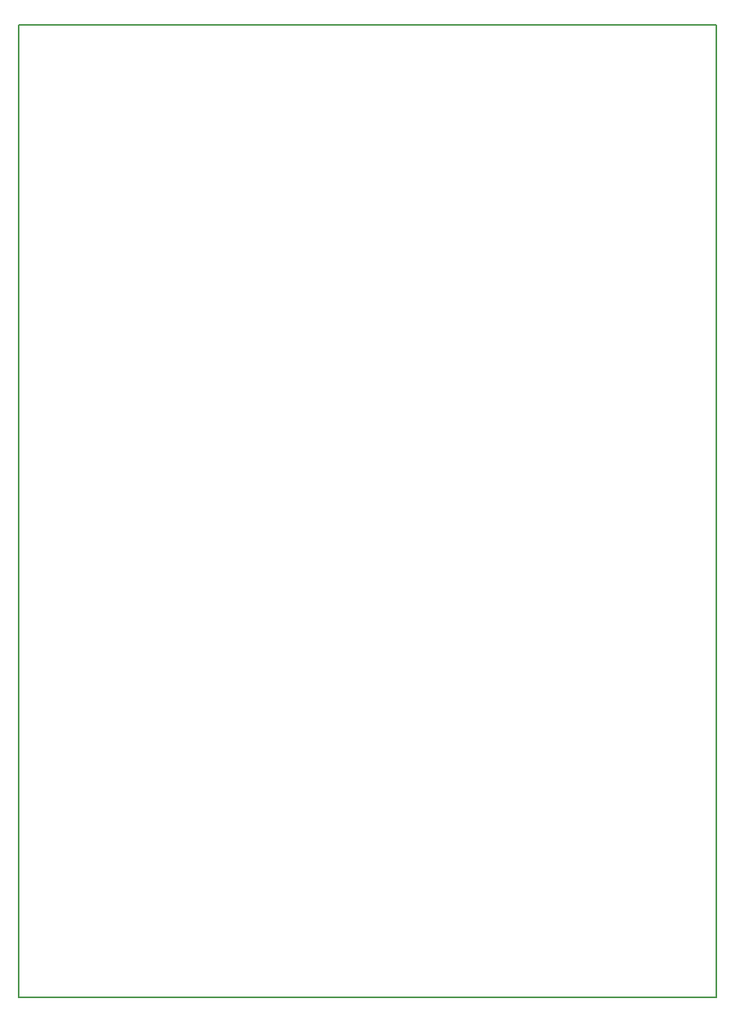
<source format=gbr>
%TF.GenerationSoftware,KiCad,Pcbnew,8.0.6*%
%TF.CreationDate,2025-02-12T15:18:34-05:00*%
%TF.ProjectId,HydroBall,48796472-6f42-4616-9c6c-2e6b69636164,rev?*%
%TF.SameCoordinates,Original*%
%TF.FileFunction,Profile,NP*%
%FSLAX46Y46*%
G04 Gerber Fmt 4.6, Leading zero omitted, Abs format (unit mm)*
G04 Created by KiCad (PCBNEW 8.0.6) date 2025-02-12 15:18:34*
%MOMM*%
%LPD*%
G01*
G04 APERTURE LIST*
%TA.AperFunction,Profile*%
%ADD10C,0.200000*%
%TD*%
G04 APERTURE END LIST*
D10*
X101575000Y-40400000D02*
X177500000Y-40400000D01*
X177500000Y-146275000D01*
X101575000Y-146275000D01*
X101575000Y-40400000D01*
M02*

</source>
